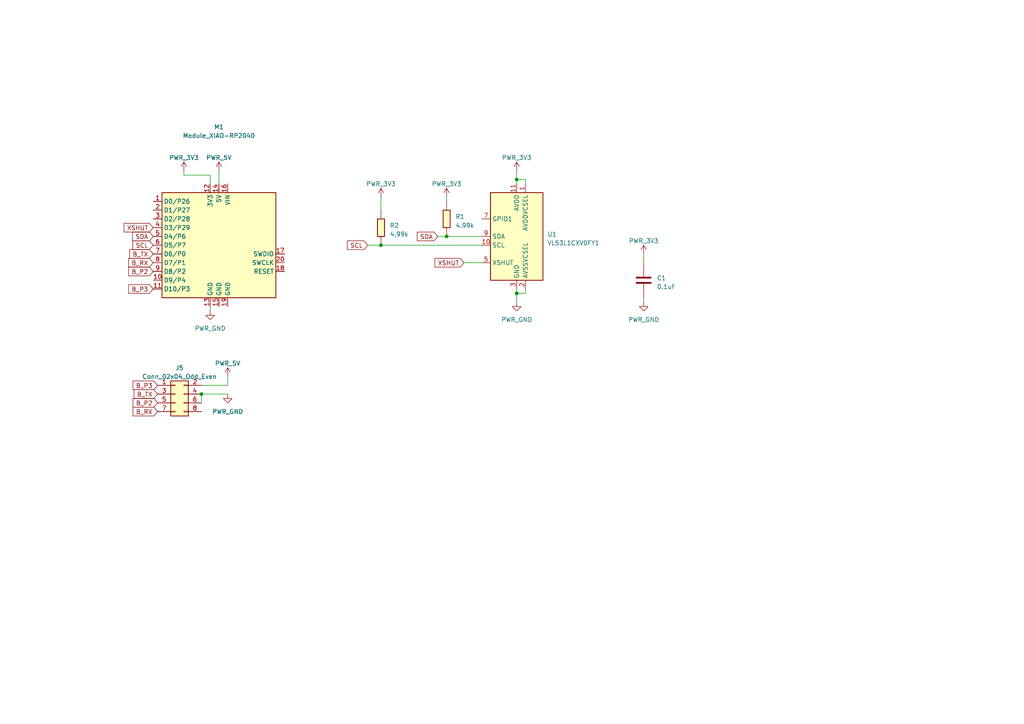
<source format=kicad_sch>
(kicad_sch (version 20230121) (generator eeschema)
  (paper "A4")
  (lib_symbols
    (symbol "Connector_Generic:Conn_02x04_Odd_Even" (pin_names (offset 1.016) hide)
      (property "Reference" "J" (at 1.27 5.08 0))
      (property "Value" "Conn_02x04_Odd_Even" (at 1.27 -7.62 0))
      (symbol "Conn_02x04_Odd_Even_1_1"
        (rectangle (start -1.27 -4.953) (end 0 -5.207) (stroke (width 0.1524)))
        (rectangle (start -1.27 -2.413) (end 0 -2.667) (stroke (width 0.1524)))
        (rectangle (start -1.27 0.127) (end 0 -0.127) (stroke (width 0.1524)))
        (rectangle (start -1.27 2.667) (end 0 2.413) (stroke (width 0.1524)))
        (rectangle (start -1.27 3.81) (end 3.81 -6.35) (stroke (width 0.254)) (fill (type background)))
        (rectangle (start 3.81 -4.953) (end 2.54 -5.207) (stroke (width 0.1524)))
        (rectangle (start 3.81 -2.413) (end 2.54 -2.667) (stroke (width 0.1524)))
        (rectangle (start 3.81 0.127) (end 2.54 -0.127) (stroke (width 0.1524)))
        (rectangle (start 3.81 2.667) (end 2.54 2.413) (stroke (width 0.1524)))
        (pin passive line (at -5.08 2.54 0) (length 3.81) (name "Pin_1") (number "1"))
        (pin passive line (at 7.62 2.54 180) (length 3.81) (name "Pin_2") (number "2"))
        (pin passive line (at -5.08 0 0) (length 3.81) (name "Pin_3") (number "3"))
        (pin passive line (at 7.62 0 180) (length 3.81) (name "Pin_4") (number "4"))
        (pin passive line (at -5.08 -2.54 0) (length 3.81) (name "Pin_5") (number "5"))
        (pin passive line (at 7.62 -2.54 180) (length 3.81) (name "Pin_6") (number "6"))
        (pin passive line (at -5.08 -5.08 0) (length 3.81) (name "Pin_7") (number "7"))
        (pin passive line (at 7.62 -5.08 180) (length 3.81) (name "Pin_8") (number "8"))
      )
    )
    (symbol "Sensor_Distance:VL53L1CXV0FY1"
      (property "Reference" "U" (at -6.35 13.97 0))
      (property "Value" "VL53L1CXV0FY1" (at 12.065 13.97 0))
      (symbol "VL53L1CXV0FY1_0_1"
        (rectangle (start -7.62 12.7) (end 7.62 -12.7) (stroke (width 0.254)) (fill (type background)))
      )
      (symbol "VL53L1CXV0FY1_1_1"
        (pin power_in line (at 2.54 15.24 270) (length 2.54) (name "AVDDVCSEL") (number "1"))
        (pin input line (at -10.16 -2.54 0) (length 2.54) (name "SCL") (number "10"))
        (pin power_in line (at 0 15.24 270) (length 2.54) (name "AVDD") (number "11"))
        (pin passive line (at 0 -15.24 90) (length 2.54) hide (name "GND") (number "12"))
        (pin power_in line (at 2.54 -15.24 90) (length 2.54) (name "AVSSVCSEL") (number "2"))
        (pin power_in line (at 0 -15.24 90) (length 2.54) (name "GND") (number "3"))
        (pin passive line (at 0 -15.24 90) (length 2.54) hide (name "GND") (number "4"))
        (pin input line (at -10.16 -7.62 0) (length 2.54) (name "XSHUT") (number "5"))
        (pin passive line (at 0 -15.24 90) (length 2.54) hide (name "GND") (number "6"))
        (pin open_collector line (at -10.16 5.08 0) (length 2.54) (name "GPIO1") (number "7"))
        (pin no_connect line (at -7.62 7.62 0) (length 2.54) hide (name "DNC") (number "8"))
        (pin bidirectional line (at -10.16 0 0) (length 2.54) (name "SDA") (number "9"))
      )
    )
    (symbol "fab:C_1206" (pin_numbers hide)
      (property "Reference" "C" (at 0.635 2.54 0))
      (property "Value" "C_1206" (at 0.635 -2.54 0))
      (symbol "C_1206_0_1"
        (polyline (pts (xy -2.032 -0.762) (xy 2.032 -0.762)) (stroke (width 0.508)))
        (polyline (pts (xy -2.032 0.762) (xy 2.032 0.762)) (stroke (width 0.508)))
        (polyline (pts (xy 0 -0.635) (xy 0 -2.54)))
        (polyline (pts (xy 0 0.635) (xy 0 2.54)))
      )
      (symbol "C_1206_1_1"
        (pin passive line (at 0 5.08 270) (length 2.54) (name "~") (number "1"))
        (pin passive line (at 0 -5.08 90) (length 2.54) (name "~") (number "2"))
      )
    )
    (symbol "fab:Module_XIAO-RP2040"
      (property "Reference" "M1" (at 0 34.29 0))
      (property "Value" "Module_XIAO-RP2040" (at 0 31.75 0))
      (symbol "Module_XIAO-RP2040_1_1"
        (rectangle (start -16.51 15.24) (end 16.51 -15.24) (stroke (width 0.254)) (fill (type background)))
        (pin bidirectional line (at -19.05 12.7 0) (length 2.54) (name "D0/P26") (number "1"))
        (pin bidirectional line (at -19.05 -10.16 0) (length 2.54) (name "D9/P4") (number "10"))
        (pin bidirectional line (at -19.05 -12.7 0) (length 2.54) (name "D10/P3") (number "11"))
        (pin power_in line (at -2.54 17.78 270) (length 2.54) (name "3V3") (number "12"))
        (pin power_in line (at -2.54 -17.78 90) (length 2.54) (name "GND") (number "13"))
        (pin power_in line (at 0 17.78 270) (length 2.54) (name "5V") (number "14"))
        (pin power_in line (at 0 -17.78 90) (length 2.54) (name "GND") (number "15"))
        (pin power_in line (at 2.54 17.78 270) (length 2.54) (name "VIN") (number "16"))
        (pin bidirectional line (at 19.05 -2.54 180) (length 2.54) (name "SWDIO") (number "17"))
        (pin input line (at 19.05 -7.62 180) (length 2.54) (name "RESET") (number "18"))
        (pin power_in line (at 2.54 -17.78 90) (length 2.54) (name "GND") (number "19"))
        (pin bidirectional line (at -19.05 10.16 0) (length 2.54) (name "D1/P27") (number "2"))
        (pin input line (at 19.05 -5.08 180) (length 2.54) (name "SWCLK") (number "20"))
        (pin bidirectional line (at -19.05 7.62 0) (length 2.54) (name "D2/P28") (number "3"))
        (pin bidirectional line (at -19.05 5.08 0) (length 2.54) (name "D3/P29") (number "4"))
        (pin bidirectional line (at -19.05 2.54 0) (length 2.54) (name "D4/P6") (number "5"))
        (pin bidirectional line (at -19.05 0 0) (length 2.54) (name "D5/P7") (number "6"))
        (pin bidirectional line (at -19.05 -2.54 0) (length 2.54) (name "D6/P0") (number "7"))
        (pin bidirectional line (at -19.05 -5.08 0) (length 2.54) (name "D7/P1") (number "8"))
        (pin bidirectional line (at -19.05 -7.62 0) (length 2.54) (name "D8/P2") (number "9"))
      )
    )
    (symbol "fab:PWR_3V3" (power) (pin_names (offset 0))
      (property "Value" "PWR_3V3" (at 0 3.556 0))
      (symbol "PWR_3V3_0_1"
        (polyline (pts (xy -0.762 1.27) (xy 0 2.54)))
        (polyline (pts (xy 0 0) (xy 0 2.54)))
        (polyline (pts (xy 0 2.54) (xy 0.762 1.27)))
      )
      (symbol "PWR_3V3_1_1"
        (pin power_in line (at 0 0 90) (length 0) hide (name "PWR_3V3") (number "1"))
      )
    )
    (symbol "fab:PWR_5V" (power) (pin_names (offset 0))
      (property "Value" "PWR_5V" (at 0 3.556 0))
      (symbol "PWR_5V_0_1"
        (polyline (pts (xy -0.762 1.27) (xy 0 2.54)))
        (polyline (pts (xy 0 0) (xy 0 2.54)))
        (polyline (pts (xy 0 2.54) (xy 0.762 1.27)))
      )
      (symbol "PWR_5V_1_1"
        (pin power_in line (at 0 0 90) (length 0) hide (name "PWR_5V") (number "1"))
      )
    )
    (symbol "fab:PWR_GND" (power) (pin_names (offset 0))
      (property "Value" "PWR_GND" (at 0 -3.81 0))
      (symbol "PWR_GND_0_1"
        (polyline (pts (xy 0 0) (xy 0 -1.27) (xy 1.27 -1.27) (xy 0 -2.54) (xy -1.27 -1.27) (xy 0 -1.27)))
      )
      (symbol "PWR_GND_1_1"
        (pin power_in line (at 0 0 270) (length 0) hide (name "PWR_GND") (number "1"))
      )
    )
    (symbol "fab:R_1206" (pin_numbers hide) (pin_names (offset 0))
      (property "Reference" "R" (at 2.54 0 90))
      (property "Value" "R_1206" (at -2.54 0 90))
      (symbol "R_1206_0_1"
        (rectangle (start -1.016 -2.54) (end 1.016 2.54) (stroke (width 0.254)) (fill (type background)))
      )
      (symbol "R_1206_1_1"
        (pin passive line (at 0 5.08 270) (length 2.54) (name "~") (number "1"))
        (pin passive line (at 0 -5.08 90) (length 2.54) (name "~") (number "2"))
      )
    )
  )
  (junction (at 58.42 114.3))
  (junction (at 149.86 52.07))
  (junction (at 149.86 85.09))
  (junction (at 129.54 68.58))
  (junction (at 110.49 71.12))
  (wire (pts (xy 152.4 53.34) (xy 152.4 52.07)))
  (wire (pts (xy 58.42 114.3) (xy 66.04 114.3)))
  (wire (pts (xy 186.69 73.66) (xy 186.69 76.2)))
  (wire (pts (xy 129.54 58.42) (xy 129.54 57.15)))
  (wire (pts (xy 63.5 49.53) (xy 63.5 53.34)))
  (wire (pts (xy 66.04 111.76) (xy 58.42 111.76)))
  (wire (pts (xy 58.42 114.3) (xy 58.42 116.84)))
  (wire (pts (xy 60.96 50.8) (xy 60.96 53.34)))
  (wire (pts (xy 53.34 50.8) (xy 60.96 50.8)))
  (wire (pts (xy 152.4 83.82) (xy 152.4 85.09)))
  (wire (pts (xy 152.4 52.07) (xy 149.86 52.07)))
  (wire (pts (xy 149.86 49.53) (xy 149.86 52.07)))
  (wire (pts (xy 127 68.58) (xy 129.54 68.58)))
  (wire (pts (xy 110.49 71.12) (xy 139.7 71.12)))
  (wire (pts (xy 129.54 68.58) (xy 139.7 68.58)))
  (wire (pts (xy 152.4 85.09) (xy 149.86 85.09)))
  (wire (pts (xy 53.34 50.8) (xy 53.34 49.53)))
  (wire (pts (xy 110.49 60.96) (xy 110.49 57.15)))
  (wire (pts (xy 186.69 87.63) (xy 186.69 86.36)))
  (wire (pts (xy 60.96 90.17) (xy 60.96 88.9)))
  (wire (pts (xy 66.04 109.22) (xy 66.04 111.76)))
  (wire (pts (xy 149.86 52.07) (xy 149.86 53.34)))
  (wire (pts (xy 149.86 87.63) (xy 149.86 85.09)))
  (wire (pts (xy 134.62 76.2) (xy 139.7 76.2)))
  (wire (pts (xy 106.68 71.12) (xy 110.49 71.12)))
  (wire (pts (xy 149.86 85.09) (xy 149.86 83.82)))
  (global_label "SDA" (shape input) (at 127 68.58 180) (property "Intersheetrefs" "${INTERSHEET_REFS}" (effects hide)))
  (global_label "B_TX" (shape input) (at 44.45 73.66 180) (property "Intersheetrefs" "${INTERSHEET_REFS}" (effects hide)))
  (global_label "B_P3" (shape input) (at 45.72 111.76 180) (property "Intersheetrefs" "${INTERSHEET_REFS}" (effects hide)))
  (global_label "B_P2" (shape input) (at 45.72 116.84 180) (property "Intersheetrefs" "${INTERSHEET_REFS}" (effects hide)))
  (global_label "B_P2" (shape input) (at 44.45 78.74 180) (property "Intersheetrefs" "${INTERSHEET_REFS}" (effects hide)))
  (global_label "B_TX" (shape input) (at 45.72 114.3 180) (property "Intersheetrefs" "${INTERSHEET_REFS}" (effects hide)))
  (global_label "SDA" (shape input) (at 44.45 68.58 180) (property "Intersheetrefs" "${INTERSHEET_REFS}" (effects hide)))
  (global_label "B_RX" (shape input) (at 45.72 119.38 180) (property "Intersheetrefs" "${INTERSHEET_REFS}" (effects hide)))
  (global_label "B_P3" (shape input) (at 44.45 83.82 180) (property "Intersheetrefs" "${INTERSHEET_REFS}" (effects hide)))
  (global_label "SCL" (shape input) (at 44.45 71.12 180) (property "Intersheetrefs" "${INTERSHEET_REFS}" (effects hide)))
  (global_label "XSHUT" (shape input) (at 44.45 66.04 180) (property "Intersheetrefs" "${INTERSHEET_REFS}" (effects hide)))
  (global_label "B_RX" (shape input) (at 44.45 76.2 180) (property "Intersheetrefs" "${INTERSHEET_REFS}" (effects hide)))
  (global_label "XSHUT" (shape input) (at 134.62 76.2 180) (property "Intersheetrefs" "${INTERSHEET_REFS}" (effects hide)))
  (global_label "SCL" (shape input) (at 106.68 71.12 180) (property "Intersheetrefs" "${INTERSHEET_REFS}" (effects hide)))
  (symbol (lib_id "fab:PWR_3V3") (at 149.86 49.53 0) (unit 1)
    (property "Reference" "#PWR04" (effects hide))
    (property "Value" "PWR_3V3" (at 149.86 45.72 0))
  )
  (symbol (lib_id "fab:PWR_3V3") (at 129.54 57.15 0) (unit 1)
    (property "Reference" "#PWR01" (effects hide))
    (property "Value" "PWR_3V3" (at 129.54 53.34 0))
  )
  (symbol (lib_id "fab:PWR_GND") (at 66.04 114.3 0) (unit 1)
    (property "Reference" "#PWR08" (effects hide))
    (property "Value" "PWR_GND" (at 66.04 119.38 0))
  )
  (symbol (lib_id "fab:PWR_GND") (at 186.69 87.63 0) (unit 1)
    (property "Reference" "#PWR010" (effects hide))
    (property "Value" "PWR_GND" (at 186.69 92.71 0))
  )
  (symbol (lib_id "fab:PWR_3V3") (at 53.34 49.53 0) (unit 1)
    (property "Reference" "#PWR06" (effects hide))
    (property "Value" "PWR_3V3" (at 53.34 45.72 0))
  )
  (symbol (lib_id "fab:R_1206") (at 129.54 63.5 0) (unit 1)
    (property "Reference" "R1" (at 132.08 62.865 0) (effects (justify left)))
    (property "Value" "4.99k" (at 132.08 65.405 0) (effects (justify left)))
    (property "Footprint" "fab:R_1206" (effects hide))
  )
  (symbol (lib_id "Connector_Generic:Conn_02x04_Odd_Even") (at 50.8 114.3 0) (unit 1)
    (property "Reference" "J5" (at 52.07 106.68 0))
    (property "Value" "Conn_02x04_Odd_Even" (at 52.07 109.22 0))
    (property "Footprint" "fab:PinHeader_2x04_P2.54mm_Vertical_pinch" (effects hide))
  )
  (symbol (lib_id "fab:PWR_GND") (at 149.86 87.63 0) (unit 1)
    (property "Reference" "#PWR09" (effects hide))
    (property "Value" "PWR_GND" (at 149.86 92.71 0))
  )
  (symbol (lib_id "fab:PWR_3V3") (at 110.49 57.15 0) (unit 1)
    (property "Reference" "#PWR03" (effects hide))
    (property "Value" "PWR_3V3" (at 110.49 53.34 0))
  )
  (symbol (lib_id "fab:C_1206") (at 186.69 81.28 0) (unit 1)
    (property "Reference" "C1" (at 190.5 80.645 0) (effects (justify left)))
    (property "Value" "0.1uF" (at 190.5 83.185 0) (effects (justify left)))
    (property "Footprint" "fab:C_1206" (effects hide))
    (property "Datasheet" "https://www.yageo.com/upload/media/product/productsearch/datasheet/mlcc/UPY-GP_NP0_16V-to-50V_18.pdf" (effects hide))
  )
  (symbol (lib_id "fab:Module_XIAO-RP2040") (at 63.5 71.12 0) (unit 1)
    (property "Reference" "M1" (at 63.5 36.83 0))
    (property "Value" "Module_XIAO-RP2040" (at 63.5 39.37 0))
    (property "Footprint" "fab:SeeedStudio_XIAO_RP2040_SMD" (effects hide))
    (property "Datasheet" "https://wiki.seeedstudio.com/XIAO-RP2040/" (effects hide))
  )
  (symbol (lib_id "Sensor_Distance:VL53L1CXV0FY1") (at 149.86 68.58 0) (unit 1)
    (property "Reference" "U1" (at 158.75 67.945 0) (effects (justify left)))
    (property "Value" "VL53L1CXV0FY1" (at 158.75 70.485 0) (effects (justify left)))
    (property "Footprint" "Sensor_Distance:ST_VL53L1x" (effects hide))
    (property "Datasheet" "https://www.st.com/resource/en/datasheet/vl53l1x.pdf" (effects hide))
  )
  (symbol (lib_id "fab:PWR_5V") (at 66.04 109.22 0) (unit 1)
    (property "Reference" "#PWR07" (effects hide))
    (property "Value" "PWR_5V" (at 66.04 105.41 0))
  )
  (symbol (lib_id "fab:PWR_3V3") (at 186.69 73.66 0) (unit 1)
    (property "Reference" "#PWR011" (effects hide))
    (property "Value" "PWR_3V3" (at 186.69 69.85 0))
  )
  (symbol (lib_id "fab:PWR_5V") (at 63.5 49.53 0) (unit 1)
    (property "Reference" "#PWR05" (effects hide))
    (property "Value" "PWR_5V" (at 63.5 45.72 0))
  )
  (symbol (lib_id "fab:PWR_GND") (at 60.96 90.17 0) (unit 1)
    (property "Reference" "#PWR02" (effects hide))
    (property "Value" "PWR_GND" (at 60.96 95.25 0))
  )
  (symbol (lib_id "fab:R_1206") (at 110.49 66.04 0) (unit 1)
    (property "Reference" "R2" (at 113.03 65.405 0) (effects (justify left)))
    (property "Value" "4.99k" (at 113.03 67.945 0) (effects (justify left)))
    (property "Footprint" "fab:R_1206" (effects hide))
  )
)
</source>
